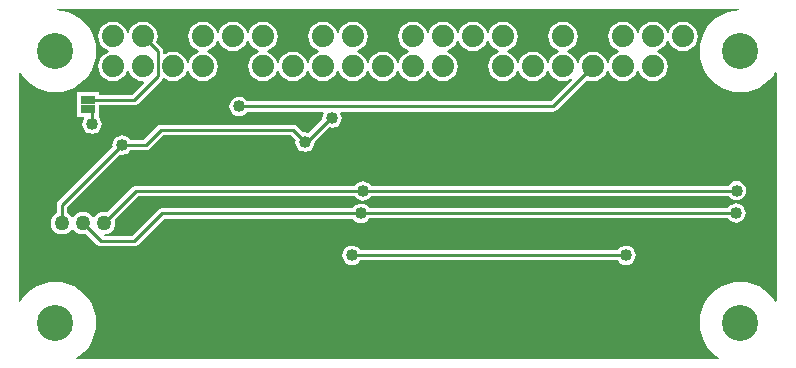
<source format=gbl>
G04*
G04 #@! TF.GenerationSoftware,Altium Limited,Altium Designer,23.3.1 (30)*
G04*
G04 Layer_Physical_Order=2*
G04 Layer_Color=16711680*
%FSLAX26Y26*%
%MOIN*%
G70*
G04*
G04 #@! TF.SameCoordinates,CCAFB082-66E9-4EF7-9244-D7FC5D9F632E*
G04*
G04*
G04 #@! TF.FilePolarity,Positive*
G04*
G01*
G75*
%ADD15C,0.010000*%
%ADD47C,0.120000*%
%ADD48C,0.074000*%
%ADD49C,0.020000*%
%ADD50C,0.050000*%
%ADD51C,0.040000*%
%ADD52R,0.050000X0.025000*%
G36*
X2417777Y1179476D02*
X2399916Y1178071D01*
X2379097Y1173073D01*
X2359317Y1164880D01*
X2341062Y1153693D01*
X2324782Y1139788D01*
X2310877Y1123508D01*
X2299691Y1105253D01*
X2291497Y1085473D01*
X2286499Y1064654D01*
X2284819Y1043310D01*
X2286499Y1021966D01*
X2291497Y1001148D01*
X2299691Y981367D01*
X2310877Y963112D01*
X2324782Y946832D01*
X2341062Y932927D01*
X2359317Y921740D01*
X2379097Y913547D01*
X2399916Y908549D01*
X2421260Y906869D01*
X2442604Y908549D01*
X2463423Y913547D01*
X2483203Y921740D01*
X2501458Y932927D01*
X2517738Y946832D01*
X2531643Y963112D01*
X2537934Y973379D01*
X2542747Y972022D01*
Y209088D01*
X2537934Y207731D01*
X2531643Y217998D01*
X2517738Y234278D01*
X2501458Y248183D01*
X2483203Y259370D01*
X2463423Y267563D01*
X2442604Y272561D01*
X2421260Y274241D01*
X2399916Y272561D01*
X2379097Y267563D01*
X2359317Y259370D01*
X2341062Y248183D01*
X2324782Y234278D01*
X2310877Y217998D01*
X2299691Y199743D01*
X2291497Y179963D01*
X2286499Y159144D01*
X2284819Y137800D01*
X2286499Y116456D01*
X2291497Y95638D01*
X2299691Y75857D01*
X2310877Y57602D01*
X2324782Y41322D01*
X2341062Y27417D01*
X2351329Y21126D01*
X2349972Y16314D01*
X209088D01*
X207731Y21126D01*
X217998Y27417D01*
X234278Y41322D01*
X248183Y57602D01*
X259370Y75857D01*
X267563Y95638D01*
X272561Y116456D01*
X274241Y137800D01*
X272561Y159144D01*
X267563Y179963D01*
X259370Y199743D01*
X248183Y217998D01*
X234278Y234278D01*
X217998Y248183D01*
X199743Y259370D01*
X179963Y267563D01*
X159144Y272561D01*
X137800Y274241D01*
X116456Y272561D01*
X95638Y267563D01*
X75857Y259370D01*
X57602Y248183D01*
X41322Y234278D01*
X27417Y217998D01*
X21126Y207731D01*
X16314Y209088D01*
Y972022D01*
X21126Y973379D01*
X27417Y963112D01*
X41322Y946832D01*
X57602Y932927D01*
X75857Y921740D01*
X95638Y913547D01*
X116456Y908549D01*
X137800Y906869D01*
X159144Y908549D01*
X179963Y913547D01*
X199743Y921740D01*
X217998Y932927D01*
X234278Y946832D01*
X248183Y963112D01*
X259370Y981367D01*
X267563Y1001148D01*
X272561Y1021966D01*
X274241Y1043310D01*
X272561Y1064654D01*
X267563Y1085473D01*
X259370Y1105253D01*
X248183Y1123508D01*
X234278Y1139788D01*
X217998Y1153693D01*
X199743Y1164880D01*
X179963Y1173073D01*
X159144Y1178071D01*
X141283Y1179476D01*
X141479Y1184476D01*
X2417581D01*
X2417777Y1179476D01*
D02*
G37*
%LPC*%
G36*
X2229530Y1141553D02*
X2216738Y1139869D01*
X2204819Y1134931D01*
X2194583Y1127077D01*
X2186729Y1116841D01*
X2182130Y1105740D01*
X2179530Y1105302D01*
X2176930Y1105740D01*
X2172331Y1116841D01*
X2164477Y1127077D01*
X2154241Y1134931D01*
X2142322Y1139869D01*
X2129530Y1141553D01*
X2116738Y1139869D01*
X2104819Y1134931D01*
X2094583Y1127077D01*
X2086729Y1116841D01*
X2082130Y1105740D01*
X2079530Y1105302D01*
X2076930Y1105740D01*
X2072331Y1116841D01*
X2064477Y1127077D01*
X2054241Y1134931D01*
X2042322Y1139869D01*
X2029530Y1141553D01*
X2016738Y1139869D01*
X2004819Y1134931D01*
X1994583Y1127077D01*
X1986729Y1116841D01*
X1981791Y1104922D01*
X1980107Y1092130D01*
X1981791Y1079338D01*
X1986729Y1067419D01*
X1994583Y1057183D01*
X2004819Y1049329D01*
X2015920Y1044730D01*
X2016358Y1042130D01*
X2015920Y1039530D01*
X2004819Y1034931D01*
X1994583Y1027077D01*
X1986729Y1016841D01*
X1982130Y1005740D01*
X1979530Y1005302D01*
X1976930Y1005740D01*
X1972331Y1016841D01*
X1964477Y1027077D01*
X1954241Y1034931D01*
X1942322Y1039869D01*
X1929530Y1041553D01*
X1916738Y1039869D01*
X1904819Y1034931D01*
X1894583Y1027077D01*
X1886729Y1016841D01*
X1882130Y1005740D01*
X1879530Y1005302D01*
X1876930Y1005740D01*
X1872331Y1016841D01*
X1864477Y1027077D01*
X1854241Y1034931D01*
X1843140Y1039530D01*
X1842702Y1042130D01*
X1843140Y1044730D01*
X1854241Y1049329D01*
X1864477Y1057183D01*
X1872331Y1067419D01*
X1877269Y1079338D01*
X1878953Y1092130D01*
X1877269Y1104922D01*
X1872331Y1116841D01*
X1864477Y1127077D01*
X1854241Y1134931D01*
X1842322Y1139869D01*
X1829530Y1141553D01*
X1816738Y1139869D01*
X1804819Y1134931D01*
X1794583Y1127077D01*
X1786729Y1116841D01*
X1781791Y1104922D01*
X1780107Y1092130D01*
X1781791Y1079338D01*
X1786729Y1067419D01*
X1794583Y1057183D01*
X1804819Y1049329D01*
X1815920Y1044730D01*
X1816358Y1042130D01*
X1815920Y1039530D01*
X1804819Y1034931D01*
X1794583Y1027077D01*
X1786729Y1016841D01*
X1782130Y1005740D01*
X1779530Y1005302D01*
X1776930Y1005740D01*
X1772331Y1016841D01*
X1764477Y1027077D01*
X1754241Y1034931D01*
X1742322Y1039869D01*
X1729530Y1041553D01*
X1716738Y1039869D01*
X1704819Y1034931D01*
X1694583Y1027077D01*
X1686729Y1016841D01*
X1682130Y1005740D01*
X1679530Y1005302D01*
X1676930Y1005740D01*
X1672331Y1016841D01*
X1664477Y1027077D01*
X1654241Y1034931D01*
X1643140Y1039530D01*
X1642702Y1042130D01*
X1643140Y1044730D01*
X1654241Y1049329D01*
X1664477Y1057183D01*
X1672331Y1067419D01*
X1677269Y1079338D01*
X1678953Y1092130D01*
X1677269Y1104922D01*
X1672331Y1116841D01*
X1664477Y1127077D01*
X1654241Y1134931D01*
X1642322Y1139869D01*
X1629530Y1141553D01*
X1616738Y1139869D01*
X1604819Y1134931D01*
X1594583Y1127077D01*
X1586729Y1116841D01*
X1582130Y1105740D01*
X1579530Y1105302D01*
X1576930Y1105740D01*
X1572331Y1116841D01*
X1564477Y1127077D01*
X1554241Y1134931D01*
X1542322Y1139869D01*
X1529530Y1141553D01*
X1516738Y1139869D01*
X1504819Y1134931D01*
X1494583Y1127077D01*
X1486729Y1116841D01*
X1482130Y1105740D01*
X1479530Y1105302D01*
X1476930Y1105740D01*
X1472331Y1116841D01*
X1464477Y1127077D01*
X1454241Y1134931D01*
X1442322Y1139869D01*
X1429530Y1141553D01*
X1416738Y1139869D01*
X1404819Y1134931D01*
X1394583Y1127077D01*
X1386729Y1116841D01*
X1382130Y1105740D01*
X1379530Y1105302D01*
X1376930Y1105740D01*
X1372331Y1116841D01*
X1364477Y1127077D01*
X1354241Y1134931D01*
X1342322Y1139869D01*
X1329530Y1141553D01*
X1316738Y1139869D01*
X1304819Y1134931D01*
X1294583Y1127077D01*
X1286729Y1116841D01*
X1281791Y1104922D01*
X1280107Y1092130D01*
X1281791Y1079338D01*
X1286729Y1067419D01*
X1294583Y1057183D01*
X1304819Y1049329D01*
X1315920Y1044730D01*
X1316358Y1042130D01*
X1315920Y1039530D01*
X1304819Y1034931D01*
X1294583Y1027077D01*
X1286729Y1016841D01*
X1282130Y1005740D01*
X1279530Y1005302D01*
X1276930Y1005740D01*
X1272331Y1016841D01*
X1264477Y1027077D01*
X1254241Y1034931D01*
X1242322Y1039869D01*
X1229530Y1041553D01*
X1216738Y1039869D01*
X1204819Y1034931D01*
X1194583Y1027077D01*
X1186729Y1016841D01*
X1182130Y1005740D01*
X1179530Y1005302D01*
X1176930Y1005740D01*
X1172331Y1016841D01*
X1164477Y1027077D01*
X1154241Y1034931D01*
X1143140Y1039530D01*
X1142702Y1042130D01*
X1143140Y1044730D01*
X1154241Y1049329D01*
X1164477Y1057183D01*
X1172331Y1067419D01*
X1177269Y1079338D01*
X1178953Y1092130D01*
X1177269Y1104922D01*
X1172331Y1116841D01*
X1164477Y1127077D01*
X1154241Y1134931D01*
X1142322Y1139869D01*
X1129530Y1141553D01*
X1116738Y1139869D01*
X1104819Y1134931D01*
X1094583Y1127077D01*
X1086729Y1116841D01*
X1082130Y1105740D01*
X1079530Y1105302D01*
X1076930Y1105740D01*
X1072331Y1116841D01*
X1064477Y1127077D01*
X1054241Y1134931D01*
X1042322Y1139869D01*
X1029530Y1141553D01*
X1016738Y1139869D01*
X1004819Y1134931D01*
X994583Y1127077D01*
X986729Y1116841D01*
X981791Y1104922D01*
X980107Y1092130D01*
X981791Y1079338D01*
X986729Y1067419D01*
X994583Y1057183D01*
X1004819Y1049329D01*
X1015920Y1044730D01*
X1016358Y1042130D01*
X1015920Y1039530D01*
X1004819Y1034931D01*
X994583Y1027077D01*
X986729Y1016841D01*
X982130Y1005740D01*
X979530Y1005302D01*
X976930Y1005740D01*
X972331Y1016841D01*
X964477Y1027077D01*
X954241Y1034931D01*
X942322Y1039869D01*
X929530Y1041553D01*
X916738Y1039869D01*
X904819Y1034931D01*
X894583Y1027077D01*
X886729Y1016841D01*
X882130Y1005740D01*
X879530Y1005302D01*
X876930Y1005740D01*
X872331Y1016841D01*
X864477Y1027077D01*
X854241Y1034931D01*
X843140Y1039530D01*
X842702Y1042130D01*
X843140Y1044730D01*
X854241Y1049329D01*
X864477Y1057183D01*
X872331Y1067419D01*
X877269Y1079338D01*
X878953Y1092130D01*
X877269Y1104922D01*
X872331Y1116841D01*
X864477Y1127077D01*
X854241Y1134931D01*
X842322Y1139869D01*
X829530Y1141553D01*
X816738Y1139869D01*
X804819Y1134931D01*
X794583Y1127077D01*
X786729Y1116841D01*
X782130Y1105740D01*
X779530Y1105302D01*
X776930Y1105740D01*
X772331Y1116841D01*
X764477Y1127077D01*
X754241Y1134931D01*
X742322Y1139869D01*
X729530Y1141553D01*
X716738Y1139869D01*
X704819Y1134931D01*
X694583Y1127077D01*
X686729Y1116841D01*
X682130Y1105740D01*
X679530Y1105302D01*
X676930Y1105740D01*
X672331Y1116841D01*
X664477Y1127077D01*
X654241Y1134931D01*
X642322Y1139869D01*
X629530Y1141553D01*
X616738Y1139869D01*
X604819Y1134931D01*
X594583Y1127077D01*
X586729Y1116841D01*
X581791Y1104922D01*
X580107Y1092130D01*
X581791Y1079338D01*
X586729Y1067419D01*
X594583Y1057183D01*
X604819Y1049329D01*
X615920Y1044730D01*
X616358Y1042130D01*
X615920Y1039530D01*
X604819Y1034931D01*
X594583Y1027077D01*
X586729Y1016841D01*
X582130Y1005740D01*
X579530Y1005302D01*
X576930Y1005740D01*
X572331Y1016841D01*
X564477Y1027077D01*
X554241Y1034931D01*
X542322Y1039869D01*
X529530Y1041553D01*
X516738Y1039869D01*
X504819Y1034931D01*
X501347Y1032268D01*
X496863Y1034479D01*
Y1042130D01*
X495544Y1048763D01*
X491786Y1054386D01*
X474213Y1071960D01*
X477269Y1079338D01*
X478953Y1092130D01*
X477269Y1104922D01*
X472331Y1116841D01*
X464477Y1127077D01*
X454241Y1134931D01*
X442322Y1139869D01*
X429530Y1141553D01*
X416738Y1139869D01*
X404819Y1134931D01*
X394583Y1127077D01*
X386729Y1116841D01*
X382130Y1105740D01*
X379530Y1105302D01*
X376930Y1105740D01*
X372331Y1116841D01*
X364477Y1127077D01*
X354241Y1134931D01*
X342322Y1139869D01*
X329530Y1141553D01*
X316738Y1139869D01*
X304819Y1134931D01*
X294583Y1127077D01*
X286729Y1116841D01*
X281791Y1104922D01*
X280107Y1092130D01*
X281791Y1079338D01*
X286729Y1067419D01*
X294583Y1057183D01*
X304819Y1049329D01*
X315920Y1044730D01*
X316358Y1042130D01*
X315920Y1039530D01*
X304819Y1034931D01*
X294583Y1027077D01*
X286729Y1016841D01*
X281791Y1004922D01*
X280107Y992130D01*
X281791Y979338D01*
X286729Y967419D01*
X294583Y957183D01*
X304819Y949329D01*
X316738Y944391D01*
X329530Y942707D01*
X342322Y944391D01*
X354241Y949329D01*
X364477Y957183D01*
X372331Y967419D01*
X376930Y978520D01*
X379530Y978958D01*
X382130Y978520D01*
X386729Y967419D01*
X394583Y957183D01*
X404819Y949329D01*
X416738Y944391D01*
X429530Y942707D01*
X431256Y942934D01*
X433467Y938450D01*
X393350Y898333D01*
X284000D01*
Y905500D01*
X210000D01*
Y856500D01*
Y824500D01*
X232162D01*
X234628Y819500D01*
X232048Y816138D01*
X228824Y808354D01*
X227724Y800000D01*
X228824Y791646D01*
X232048Y783862D01*
X237177Y777177D01*
X243862Y772048D01*
X251646Y768824D01*
X260000Y767724D01*
X268354Y768824D01*
X276138Y772048D01*
X282823Y777177D01*
X287952Y783862D01*
X291176Y791646D01*
X292276Y800000D01*
X291176Y808354D01*
X287952Y816138D01*
X285041Y819931D01*
X284000Y824500D01*
X284000Y824500D01*
X284000Y824500D01*
Y863667D01*
X400530D01*
X407163Y864986D01*
X412786Y868744D01*
X491786Y947744D01*
X494120Y951236D01*
X500161Y952902D01*
X504819Y949329D01*
X516738Y944391D01*
X529530Y942707D01*
X542322Y944391D01*
X554241Y949329D01*
X564477Y957183D01*
X572331Y967419D01*
X576930Y978520D01*
X579530Y978958D01*
X582130Y978520D01*
X586729Y967419D01*
X594583Y957183D01*
X604819Y949329D01*
X616738Y944391D01*
X629530Y942707D01*
X642322Y944391D01*
X654241Y949329D01*
X664477Y957183D01*
X672331Y967419D01*
X677269Y979338D01*
X678953Y992130D01*
X677269Y1004922D01*
X672331Y1016841D01*
X664477Y1027077D01*
X654241Y1034931D01*
X643140Y1039530D01*
X642702Y1042130D01*
X643140Y1044730D01*
X654241Y1049329D01*
X664477Y1057183D01*
X672331Y1067419D01*
X676930Y1078520D01*
X679530Y1078958D01*
X682130Y1078520D01*
X686729Y1067419D01*
X694583Y1057183D01*
X704819Y1049329D01*
X716738Y1044391D01*
X729530Y1042707D01*
X742322Y1044391D01*
X754241Y1049329D01*
X764477Y1057183D01*
X772331Y1067419D01*
X776930Y1078520D01*
X779530Y1078958D01*
X782130Y1078520D01*
X786729Y1067419D01*
X794583Y1057183D01*
X804819Y1049329D01*
X815920Y1044730D01*
X816358Y1042130D01*
X815920Y1039530D01*
X804819Y1034931D01*
X794583Y1027077D01*
X786729Y1016841D01*
X781791Y1004922D01*
X780107Y992130D01*
X781791Y979338D01*
X786729Y967419D01*
X794583Y957183D01*
X804819Y949329D01*
X816738Y944391D01*
X829530Y942707D01*
X842322Y944391D01*
X854241Y949329D01*
X864477Y957183D01*
X872331Y967419D01*
X876930Y978520D01*
X879530Y978958D01*
X882130Y978520D01*
X886729Y967419D01*
X894583Y957183D01*
X904819Y949329D01*
X916738Y944391D01*
X929530Y942707D01*
X942322Y944391D01*
X954241Y949329D01*
X964477Y957183D01*
X972331Y967419D01*
X976930Y978520D01*
X979530Y978958D01*
X982130Y978520D01*
X986729Y967419D01*
X994583Y957183D01*
X1004819Y949329D01*
X1016738Y944391D01*
X1029530Y942707D01*
X1042322Y944391D01*
X1054241Y949329D01*
X1064477Y957183D01*
X1072331Y967419D01*
X1076930Y978520D01*
X1079530Y978958D01*
X1082130Y978520D01*
X1086729Y967419D01*
X1094583Y957183D01*
X1104819Y949329D01*
X1116738Y944391D01*
X1129530Y942707D01*
X1142322Y944391D01*
X1154241Y949329D01*
X1164477Y957183D01*
X1172331Y967419D01*
X1176930Y978520D01*
X1179530Y978958D01*
X1182130Y978520D01*
X1186729Y967419D01*
X1194583Y957183D01*
X1204819Y949329D01*
X1216738Y944391D01*
X1229530Y942707D01*
X1242322Y944391D01*
X1254241Y949329D01*
X1264477Y957183D01*
X1272331Y967419D01*
X1276930Y978520D01*
X1279530Y978958D01*
X1282130Y978520D01*
X1286729Y967419D01*
X1294583Y957183D01*
X1304819Y949329D01*
X1316738Y944391D01*
X1329530Y942707D01*
X1342322Y944391D01*
X1354241Y949329D01*
X1364477Y957183D01*
X1372331Y967419D01*
X1376930Y978520D01*
X1379530Y978958D01*
X1382130Y978520D01*
X1386729Y967419D01*
X1394583Y957183D01*
X1404819Y949329D01*
X1416738Y944391D01*
X1429530Y942707D01*
X1442322Y944391D01*
X1454241Y949329D01*
X1464477Y957183D01*
X1472331Y967419D01*
X1477269Y979338D01*
X1478953Y992130D01*
X1477269Y1004922D01*
X1472331Y1016841D01*
X1464477Y1027077D01*
X1454241Y1034931D01*
X1443140Y1039530D01*
X1442702Y1042130D01*
X1443140Y1044730D01*
X1454241Y1049329D01*
X1464477Y1057183D01*
X1472331Y1067419D01*
X1476930Y1078520D01*
X1479530Y1078958D01*
X1482130Y1078520D01*
X1486729Y1067419D01*
X1494583Y1057183D01*
X1504819Y1049329D01*
X1516738Y1044391D01*
X1529530Y1042707D01*
X1542322Y1044391D01*
X1554241Y1049329D01*
X1564477Y1057183D01*
X1572331Y1067419D01*
X1576930Y1078520D01*
X1579530Y1078958D01*
X1582130Y1078520D01*
X1586729Y1067419D01*
X1594583Y1057183D01*
X1604819Y1049329D01*
X1615920Y1044730D01*
X1616358Y1042130D01*
X1615920Y1039530D01*
X1604819Y1034931D01*
X1594583Y1027077D01*
X1586729Y1016841D01*
X1581791Y1004922D01*
X1580107Y992130D01*
X1581791Y979338D01*
X1586729Y967419D01*
X1594583Y957183D01*
X1604819Y949329D01*
X1616738Y944391D01*
X1629530Y942707D01*
X1642322Y944391D01*
X1654241Y949329D01*
X1664477Y957183D01*
X1672331Y967419D01*
X1676930Y978520D01*
X1679530Y978958D01*
X1682130Y978520D01*
X1686729Y967419D01*
X1694583Y957183D01*
X1704819Y949329D01*
X1716738Y944391D01*
X1729530Y942707D01*
X1742322Y944391D01*
X1754241Y949329D01*
X1764477Y957183D01*
X1772331Y967419D01*
X1776930Y978520D01*
X1779530Y978958D01*
X1782130Y978520D01*
X1786729Y967419D01*
X1794583Y957183D01*
X1804819Y949329D01*
X1816738Y944391D01*
X1829530Y942707D01*
X1842322Y944391D01*
X1854241Y949329D01*
X1858125Y952308D01*
X1861429Y948541D01*
X1789220Y876333D01*
X777035D01*
X772823Y881823D01*
X766138Y886952D01*
X758354Y890176D01*
X750000Y891276D01*
X741646Y890176D01*
X733862Y886952D01*
X727177Y881823D01*
X722048Y875138D01*
X718824Y867354D01*
X717724Y859000D01*
X718824Y850646D01*
X722048Y842862D01*
X727177Y836177D01*
X733862Y831048D01*
X741646Y827824D01*
X750000Y826724D01*
X758354Y827824D01*
X766138Y831048D01*
X772823Y836177D01*
X777035Y841667D01*
X1030638D01*
X1032850Y837183D01*
X1032048Y836138D01*
X1028824Y828354D01*
X1027724Y820000D01*
X1028045Y817558D01*
X980694Y770207D01*
X978354Y771176D01*
X970000Y772276D01*
X963140Y771373D01*
X942256Y792256D01*
X936633Y796014D01*
X930000Y797333D01*
X490000D01*
X483367Y796014D01*
X477744Y792256D01*
X432820Y747333D01*
X387035D01*
X382823Y752823D01*
X376138Y757952D01*
X368354Y761176D01*
X360000Y762276D01*
X351646Y761176D01*
X343862Y757952D01*
X337177Y752823D01*
X332048Y746138D01*
X328824Y738354D01*
X327724Y730000D01*
X328627Y723140D01*
X147744Y542256D01*
X143986Y536633D01*
X142667Y530000D01*
Y502869D01*
X141340Y502320D01*
X133611Y496389D01*
X127680Y488660D01*
X123952Y479659D01*
X122681Y470000D01*
X123952Y460341D01*
X127680Y451340D01*
X133611Y443611D01*
X141340Y437680D01*
X150341Y433952D01*
X160000Y432681D01*
X169659Y433952D01*
X178660Y437680D01*
X186389Y443611D01*
X192320Y451340D01*
X192500Y451776D01*
X197500D01*
X197680Y451340D01*
X203611Y443611D01*
X211340Y437680D01*
X220341Y433952D01*
X230000Y432681D01*
X239659Y433952D01*
X240986Y434502D01*
X277744Y397744D01*
X283367Y393986D01*
X290000Y392667D01*
X400000D01*
X406633Y393986D01*
X412256Y397744D01*
X499777Y485265D01*
X1130367D01*
X1134579Y479775D01*
X1141264Y474646D01*
X1149048Y471422D01*
X1157402Y470322D01*
X1165756Y471422D01*
X1173540Y474646D01*
X1180225Y479775D01*
X1184769Y485698D01*
X2379833D01*
X2383713Y480641D01*
X2390398Y475512D01*
X2398182Y472288D01*
X2406536Y471188D01*
X2414890Y472288D01*
X2422674Y475512D01*
X2429359Y480641D01*
X2434488Y487326D01*
X2437712Y495110D01*
X2438812Y503464D01*
X2437712Y511818D01*
X2434488Y519602D01*
X2429359Y526287D01*
X2422674Y531416D01*
X2414890Y534640D01*
X2406536Y535740D01*
X2398182Y534640D01*
X2390398Y531416D01*
X2383713Y526287D01*
X2379169Y520364D01*
X1184105D01*
X1180225Y525421D01*
X1173540Y530550D01*
X1165756Y533774D01*
X1157402Y534874D01*
X1149048Y533774D01*
X1141264Y530550D01*
X1134579Y525421D01*
X1130367Y519931D01*
X492598D01*
X485965Y518612D01*
X480342Y514854D01*
X480341Y514854D01*
X392820Y427333D01*
X301132D01*
X300872Y427752D01*
X303415Y433130D01*
X309659Y433952D01*
X318660Y437680D01*
X326389Y443611D01*
X332320Y451340D01*
X336048Y460341D01*
X337319Y470000D01*
X336048Y479659D01*
X335498Y480986D01*
X414582Y560069D01*
X1135563D01*
X1139775Y554579D01*
X1146460Y549450D01*
X1154244Y546226D01*
X1162598Y545126D01*
X1170952Y546226D01*
X1178736Y549450D01*
X1185421Y554579D01*
X1189965Y560502D01*
X2381565D01*
X2385445Y555445D01*
X2392130Y550316D01*
X2399914Y547092D01*
X2408268Y545992D01*
X2416622Y547092D01*
X2424406Y550316D01*
X2431091Y555445D01*
X2436220Y562130D01*
X2439444Y569914D01*
X2440544Y578268D01*
X2439444Y586622D01*
X2436220Y594406D01*
X2431091Y601091D01*
X2424406Y606220D01*
X2416622Y609444D01*
X2408268Y610544D01*
X2399914Y609444D01*
X2392130Y606220D01*
X2385445Y601091D01*
X2380901Y595168D01*
X1189301D01*
X1185421Y600225D01*
X1178736Y605354D01*
X1170952Y608578D01*
X1162598Y609678D01*
X1154244Y608578D01*
X1146460Y605354D01*
X1139775Y600225D01*
X1135563Y594735D01*
X407402D01*
X407402Y594735D01*
X400769Y593416D01*
X395146Y589658D01*
X310986Y505498D01*
X309659Y506048D01*
X300000Y507319D01*
X290341Y506048D01*
X281340Y502320D01*
X273611Y496389D01*
X267680Y488660D01*
X267500Y488224D01*
X262500D01*
X262320Y488660D01*
X256389Y496389D01*
X248660Y502320D01*
X239659Y506048D01*
X230000Y507319D01*
X220341Y506048D01*
X211340Y502320D01*
X203611Y496389D01*
X197680Y488660D01*
X197500Y488224D01*
X192500D01*
X192320Y488660D01*
X186389Y496389D01*
X178660Y502320D01*
X177333Y502869D01*
Y522820D01*
X353140Y698627D01*
X360000Y697724D01*
X368354Y698824D01*
X376138Y702048D01*
X382823Y707177D01*
X387035Y712667D01*
X440000D01*
X446633Y713986D01*
X452256Y717744D01*
X497180Y762667D01*
X922820D01*
X938627Y746860D01*
X937724Y740000D01*
X938824Y731646D01*
X942048Y723862D01*
X947177Y717177D01*
X953862Y712048D01*
X961646Y708824D01*
X970000Y707724D01*
X978354Y708824D01*
X986138Y712048D01*
X992823Y717177D01*
X997952Y723862D01*
X1001176Y731646D01*
X1002276Y740000D01*
X1001955Y742442D01*
X1049306Y789793D01*
X1051646Y788824D01*
X1060000Y787724D01*
X1068354Y788824D01*
X1076138Y792048D01*
X1082823Y797177D01*
X1087952Y803862D01*
X1091176Y811646D01*
X1092276Y820000D01*
X1091176Y828354D01*
X1087952Y836138D01*
X1087150Y837183D01*
X1089362Y841667D01*
X1796400D01*
X1803033Y842986D01*
X1808656Y846744D01*
X1909360Y947447D01*
X1916738Y944391D01*
X1929530Y942707D01*
X1942322Y944391D01*
X1954241Y949329D01*
X1964477Y957183D01*
X1972331Y967419D01*
X1976930Y978520D01*
X1979530Y978958D01*
X1982130Y978520D01*
X1986729Y967419D01*
X1994583Y957183D01*
X2004819Y949329D01*
X2016738Y944391D01*
X2029530Y942707D01*
X2042322Y944391D01*
X2054241Y949329D01*
X2064477Y957183D01*
X2072331Y967419D01*
X2076930Y978520D01*
X2079530Y978958D01*
X2082130Y978520D01*
X2086729Y967419D01*
X2094583Y957183D01*
X2104819Y949329D01*
X2116738Y944391D01*
X2129530Y942707D01*
X2142322Y944391D01*
X2154241Y949329D01*
X2164477Y957183D01*
X2172331Y967419D01*
X2177269Y979338D01*
X2178953Y992130D01*
X2177269Y1004922D01*
X2172331Y1016841D01*
X2164477Y1027077D01*
X2154241Y1034931D01*
X2143140Y1039530D01*
X2142702Y1042130D01*
X2143140Y1044730D01*
X2154241Y1049329D01*
X2164477Y1057183D01*
X2172331Y1067419D01*
X2176930Y1078520D01*
X2179530Y1078958D01*
X2182130Y1078520D01*
X2186729Y1067419D01*
X2194583Y1057183D01*
X2204819Y1049329D01*
X2216738Y1044391D01*
X2229530Y1042707D01*
X2242322Y1044391D01*
X2254241Y1049329D01*
X2264477Y1057183D01*
X2272331Y1067419D01*
X2277269Y1079338D01*
X2278953Y1092130D01*
X2277269Y1104922D01*
X2272331Y1116841D01*
X2264477Y1127077D01*
X2254241Y1134931D01*
X2242322Y1139869D01*
X2229530Y1141553D01*
D02*
G37*
G36*
X2040000Y395276D02*
X2031646Y394176D01*
X2023862Y390952D01*
X2017177Y385823D01*
X2012965Y380333D01*
X1153255D01*
X1149043Y385823D01*
X1142358Y390952D01*
X1134574Y394176D01*
X1126220Y395276D01*
X1117866Y394176D01*
X1110082Y390952D01*
X1103397Y385823D01*
X1098268Y379138D01*
X1095044Y371354D01*
X1093944Y363000D01*
X1095044Y354646D01*
X1098268Y346862D01*
X1103397Y340177D01*
X1110082Y335048D01*
X1117866Y331824D01*
X1126220Y330724D01*
X1134574Y331824D01*
X1142358Y335048D01*
X1149043Y340177D01*
X1153255Y345667D01*
X2012965D01*
X2017177Y340177D01*
X2023862Y335048D01*
X2031646Y331824D01*
X2040000Y330724D01*
X2048354Y331824D01*
X2056138Y335048D01*
X2062823Y340177D01*
X2067952Y346862D01*
X2071176Y354646D01*
X2072276Y363000D01*
X2071176Y371354D01*
X2067952Y379138D01*
X2062823Y385823D01*
X2056138Y390952D01*
X2048354Y394176D01*
X2040000Y395276D01*
D02*
G37*
%LPD*%
D15*
X160000Y470000D02*
Y530000D01*
X360000Y730000D01*
X492598Y502598D02*
X1157402D01*
X400000Y410000D02*
X492598Y502598D01*
X290000Y410000D02*
X400000D01*
X230000Y470000D02*
X290000Y410000D01*
X300000Y470000D02*
X407402Y577402D01*
X1162598D01*
X1157835Y503031D02*
X2406103D01*
X1157402Y502598D02*
X1157835Y503031D01*
X2406103D02*
X2406536Y503464D01*
X1163031Y577835D02*
X2407835D01*
X2408268Y578268D01*
X1162598Y577402D02*
X1163031Y577835D01*
X975000Y740000D02*
X1055000Y820000D01*
X1060000D01*
X970000Y740000D02*
X975000D01*
X930000Y780000D02*
X970000Y740000D01*
X490000Y780000D02*
X930000D01*
X440000Y730000D02*
X490000Y780000D01*
X360000Y730000D02*
X440000D01*
X260000Y800000D02*
Y849000D01*
X247000D02*
X260000D01*
X1796400Y859000D02*
X1929530Y992130D01*
X750000Y859000D02*
X1796400D01*
X1126220Y363000D02*
X2040000D01*
X247000Y881000D02*
X400530D01*
X479530Y960000D01*
Y1042130D01*
X429530Y1092130D02*
X479530Y1042130D01*
D47*
X2421260Y1043310D02*
D03*
X137800D02*
D03*
X2421260Y137800D02*
D03*
X137800D02*
D03*
D48*
X2229530Y1092130D02*
D03*
Y992130D02*
D03*
X2129530Y1092130D02*
D03*
Y992130D02*
D03*
X2029530Y1092130D02*
D03*
Y992130D02*
D03*
X1929530Y1092130D02*
D03*
Y992130D02*
D03*
X1829530Y1092130D02*
D03*
Y992130D02*
D03*
X1729530Y1092130D02*
D03*
Y992130D02*
D03*
X1629530Y1092130D02*
D03*
Y992130D02*
D03*
X329530Y1092130D02*
D03*
X429530D02*
D03*
X529530D02*
D03*
X629530D02*
D03*
X729530D02*
D03*
X829530D02*
D03*
X929530D02*
D03*
X1029530D02*
D03*
X1129530D02*
D03*
X1229530D02*
D03*
X1329530D02*
D03*
X1429530D02*
D03*
X1529530D02*
D03*
Y992130D02*
D03*
X1429530D02*
D03*
X1329530D02*
D03*
X1229530D02*
D03*
X1129530D02*
D03*
X1029530D02*
D03*
X929530D02*
D03*
X829530D02*
D03*
X729530D02*
D03*
X629530D02*
D03*
X529530D02*
D03*
X429530D02*
D03*
X329530D02*
D03*
D49*
X2450000Y800000D02*
D03*
X1450000Y760000D02*
D03*
X510000Y320000D02*
D03*
X1480000Y310000D02*
D03*
D50*
X370000Y470000D02*
D03*
X160000D02*
D03*
X300000D02*
D03*
X230000D02*
D03*
D51*
X2408268Y578268D02*
D03*
X2406536Y503464D02*
D03*
X1162598Y577402D02*
D03*
X1157402Y502598D02*
D03*
X1060000Y820000D02*
D03*
X970000Y740000D02*
D03*
X360000Y730000D02*
D03*
X260000Y800000D02*
D03*
X750000Y859000D02*
D03*
X2040000Y363000D02*
D03*
X1126220D02*
D03*
D52*
X247000Y881000D02*
D03*
Y849000D02*
D03*
M02*

</source>
